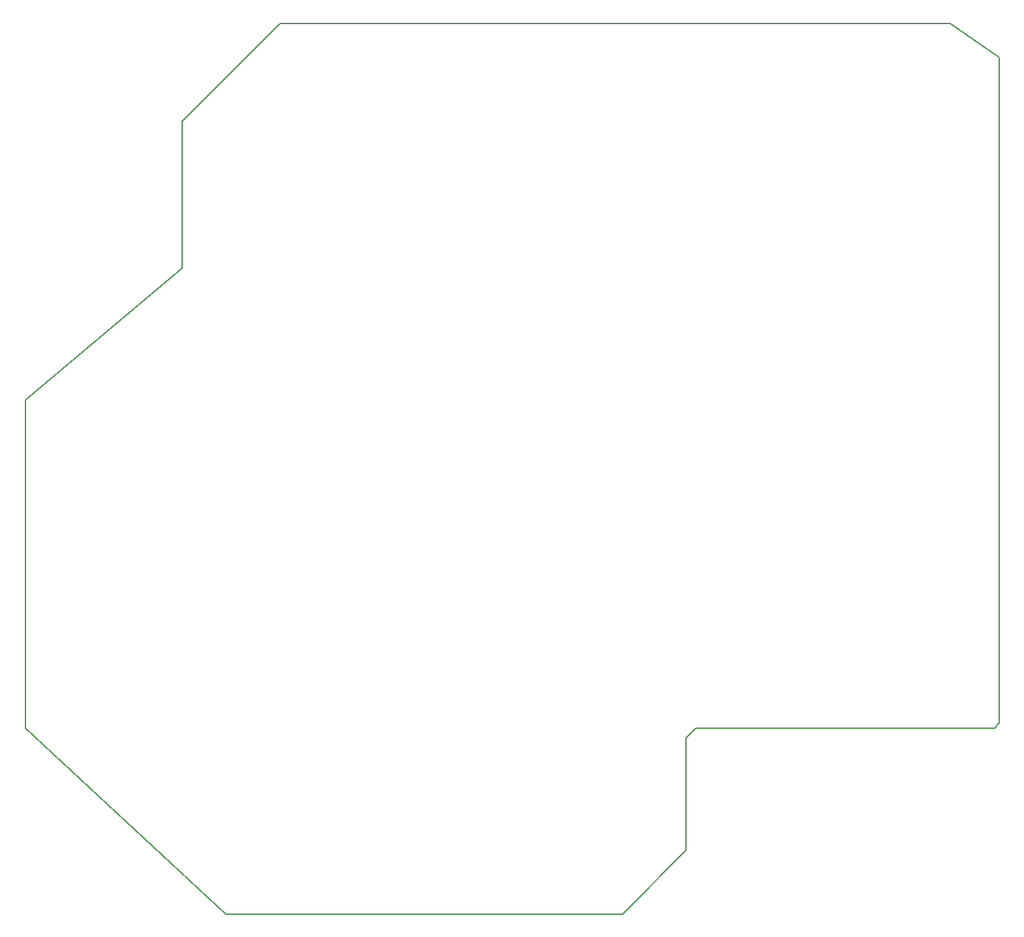
<source format=gbr>
G04 #@! TF.GenerationSoftware,KiCad,Pcbnew,5.0.2+dfsg1-1*
G04 #@! TF.CreationDate,2020-05-31T01:45:13+07:00*
G04 #@! TF.ProjectId,GatiHomeLampController,47617469-486f-46d6-954c-616d70436f6e,rev?*
G04 #@! TF.SameCoordinates,Original*
G04 #@! TF.FileFunction,Profile,NP*
%FSLAX46Y46*%
G04 Gerber Fmt 4.6, Leading zero omitted, Abs format (unit mm)*
G04 Created by KiCad (PCBNEW 5.0.2+dfsg1-1) date Sun 31 May 2020 01:45:13 AM WIB*
%MOMM*%
%LPD*%
G01*
G04 APERTURE LIST*
%ADD10C,0.200000*%
G04 APERTURE END LIST*
D10*
X193040000Y-115570000D02*
X193675000Y-114935000D01*
X188595000Y-115570000D02*
X193040000Y-115570000D01*
X187325000Y-24130000D02*
X193675000Y-28575000D01*
X93345000Y-139700000D02*
X95250000Y-139700000D01*
X67310000Y-115570000D02*
X93345000Y-139700000D01*
X67310000Y-73025000D02*
X67310000Y-115570000D01*
X87630000Y-55880000D02*
X67310000Y-73025000D01*
X87630000Y-36830000D02*
X87630000Y-55880000D01*
X100330000Y-24130000D02*
X87630000Y-36830000D01*
X187325000Y-24130000D02*
X100330000Y-24130000D01*
X193675000Y-114935000D02*
X193675000Y-28575000D01*
X154305000Y-115570000D02*
X188595000Y-115570000D01*
X153035000Y-116840000D02*
X154305000Y-115570000D01*
X153035000Y-131445000D02*
X153035000Y-116840000D01*
X144780000Y-139700000D02*
X153035000Y-131445000D01*
X95250000Y-139700000D02*
X144780000Y-139700000D01*
M02*

</source>
